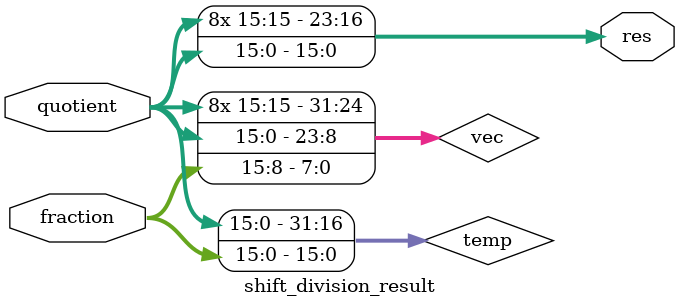
<source format=v>
module shift_division_result (quotient, fraction, res);
    parameter signed [31:0] q_width = 16;
    parameter signed [31:0] f_width = 16;
    parameter signed [31:0] fraction_width = 8;
    parameter signed [31:0] shift_value = 8;
    parameter signed [31:0] shift_dir = 0;
    parameter signed [31:0] vec_MSB = q_width + f_width - 1;
    parameter signed [31:0] result_MSB = q_width + fraction_width - 1;
    parameter signed [31:0] result_LSB = vec_MSB - result_MSB;
    input [q_width - 1 : 0] quotient;
    input [f_width - 1 : 0] fraction;
    output [result_MSB : 0] res;
    wire [vec_MSB:0] vec;
    wire [vec_MSB:0] temp;
   genvar i;
   assign res = vec[vec_MSB:result_LSB];
   assign temp = { quotient, fraction };
   generate
      if (shift_dir == 1)
      begin:left_shift_loop
         for (i = vec_MSB; i>=0;  i = i-1) 
	 begin:u0
            if (i < shift_value)
            begin:u1	
               assign vec[i] = 1'b0;
            end 
	    else
            begin:u2
               assign vec[i] = temp[i-shift_value];
	     end
         end
      end
      else
      begin:right_shift_loop
         for (i = 0; i <= vec_MSB; i = i+1)
         begin:u3
            if (i > vec_MSB - shift_value)
            begin:u4
               assign vec[i] = temp[vec_MSB];
            end
            else
            begin:u5
               assign vec[i] = temp[i+shift_value];
            end
         end
      end
   endgenerate
endmodule
</source>
